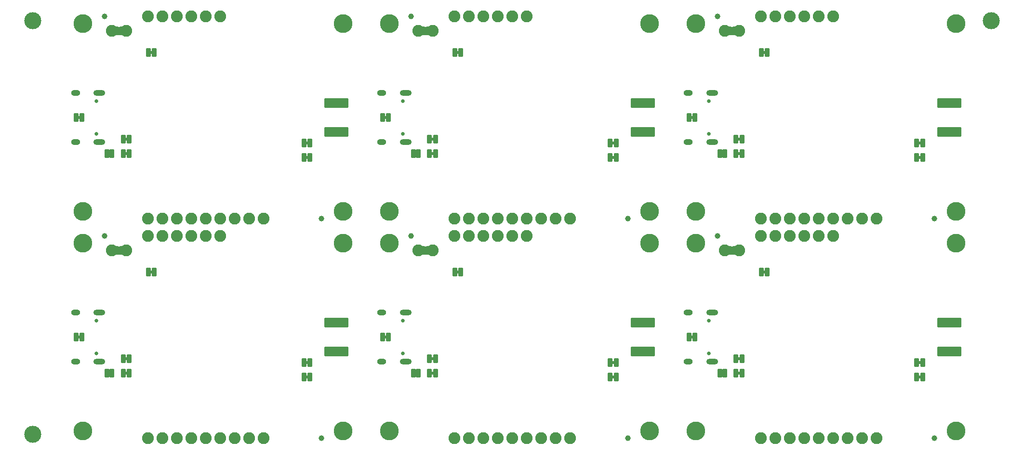
<source format=gbs>
%TF.GenerationSoftware,KiCad,Pcbnew,7.0.6*%
%TF.CreationDate,2024-01-05T19:18:28-07:00*%
%TF.ProjectId,SparkFun_NEO-F10N_panelized,53706172-6b46-4756-9e5f-4e454f2d4631,rev?*%
%TF.SameCoordinates,Original*%
%TF.FileFunction,Soldermask,Bot*%
%TF.FilePolarity,Negative*%
%FSLAX46Y46*%
G04 Gerber Fmt 4.6, Leading zero omitted, Abs format (unit mm)*
G04 Created by KiCad (PCBNEW 7.0.6) date 2024-01-05 19:18:28*
%MOMM*%
%LPD*%
G01*
G04 APERTURE LIST*
G04 Aperture macros list*
%AMRoundRect*
0 Rectangle with rounded corners*
0 $1 Rounding radius*
0 $2 $3 $4 $5 $6 $7 $8 $9 X,Y pos of 4 corners*
0 Add a 4 corners polygon primitive as box body*
4,1,4,$2,$3,$4,$5,$6,$7,$8,$9,$2,$3,0*
0 Add four circle primitives for the rounded corners*
1,1,$1+$1,$2,$3*
1,1,$1+$1,$4,$5*
1,1,$1+$1,$6,$7*
1,1,$1+$1,$8,$9*
0 Add four rect primitives between the rounded corners*
20,1,$1+$1,$2,$3,$4,$5,0*
20,1,$1+$1,$4,$5,$6,$7,0*
20,1,$1+$1,$6,$7,$8,$9,0*
20,1,$1+$1,$8,$9,$2,$3,0*%
G04 Aperture macros list end*
%ADD10C,3.000000*%
%ADD11RoundRect,0.101600X-0.330200X-0.635000X0.330200X-0.635000X0.330200X0.635000X-0.330200X0.635000X0*%
%ADD12RoundRect,0.101600X0.330200X0.635000X-0.330200X0.635000X-0.330200X-0.635000X0.330200X-0.635000X0*%
%ADD13RoundRect,0.085000X-0.317500X-0.635000X0.317500X-0.635000X0.317500X0.635000X-0.317500X0.635000X0*%
%ADD14C,1.000000*%
%ADD15C,2.082800*%
%ADD16RoundRect,0.101600X-0.317500X-0.635000X0.317500X-0.635000X0.317500X0.635000X-0.317500X0.635000X0*%
%ADD17C,3.302000*%
%ADD18RoundRect,0.101600X-2.000000X0.750000X-2.000000X-0.750000X2.000000X-0.750000X2.000000X0.750000X0*%
%ADD19C,0.650000*%
%ADD20O,1.600000X1.000000*%
%ADD21O,2.100000X1.000000*%
G04 APERTURE END LIST*
%TO.C,JP2*%
G36*
X149844000Y52964500D02*
G01*
X149336000Y52964500D01*
X149336000Y53445500D01*
X149844000Y53445500D01*
X149844000Y52964500D01*
G37*
G36*
X149844000Y14364500D02*
G01*
X149336000Y14364500D01*
X149336000Y14845500D01*
X149844000Y14845500D01*
X149844000Y14364500D01*
G37*
G36*
X96004000Y52964500D02*
G01*
X95496000Y52964500D01*
X95496000Y53445500D01*
X96004000Y53445500D01*
X96004000Y52964500D01*
G37*
G36*
X96004000Y14364500D02*
G01*
X95496000Y14364500D01*
X95496000Y14845500D01*
X96004000Y14845500D01*
X96004000Y14364500D01*
G37*
G36*
X42164000Y52964500D02*
G01*
X41656000Y52964500D01*
X41656000Y53445500D01*
X42164000Y53445500D01*
X42164000Y52964500D01*
G37*
%TO.C,JP4*%
G36*
X118094000Y51059500D02*
G01*
X117586000Y51059500D01*
X117586000Y51540500D01*
X118094000Y51540500D01*
X118094000Y51059500D01*
G37*
G36*
X118094000Y12459500D02*
G01*
X117586000Y12459500D01*
X117586000Y12940500D01*
X118094000Y12940500D01*
X118094000Y12459500D01*
G37*
G36*
X64254000Y51059500D02*
G01*
X63746000Y51059500D01*
X63746000Y51540500D01*
X64254000Y51540500D01*
X64254000Y51059500D01*
G37*
G36*
X64254000Y12459500D02*
G01*
X63746000Y12459500D01*
X63746000Y12940500D01*
X64254000Y12940500D01*
X64254000Y12459500D01*
G37*
G36*
X10414000Y51059500D02*
G01*
X9906000Y51059500D01*
X9906000Y51540500D01*
X10414000Y51540500D01*
X10414000Y51059500D01*
G37*
%TO.C,JP8*%
G36*
X122539000Y68839500D02*
G01*
X122031000Y68839500D01*
X122031000Y69320500D01*
X122539000Y69320500D01*
X122539000Y68839500D01*
G37*
G36*
X122539000Y30239500D02*
G01*
X122031000Y30239500D01*
X122031000Y30720500D01*
X122539000Y30720500D01*
X122539000Y30239500D01*
G37*
G36*
X68699000Y68839500D02*
G01*
X68191000Y68839500D01*
X68191000Y69320500D01*
X68699000Y69320500D01*
X68699000Y68839500D01*
G37*
G36*
X68699000Y30239500D02*
G01*
X68191000Y30239500D01*
X68191000Y30720500D01*
X68699000Y30720500D01*
X68699000Y30239500D01*
G37*
G36*
X14859000Y68839500D02*
G01*
X14351000Y68839500D01*
X14351000Y69320500D01*
X14859000Y69320500D01*
X14859000Y68839500D01*
G37*
%TO.C,JP1*%
G36*
X118094000Y53599500D02*
G01*
X117586000Y53599500D01*
X117586000Y54080500D01*
X118094000Y54080500D01*
X118094000Y53599500D01*
G37*
G36*
X118094000Y14999500D02*
G01*
X117586000Y14999500D01*
X117586000Y15480500D01*
X118094000Y15480500D01*
X118094000Y14999500D01*
G37*
G36*
X64254000Y53599500D02*
G01*
X63746000Y53599500D01*
X63746000Y54080500D01*
X64254000Y54080500D01*
X64254000Y53599500D01*
G37*
G36*
X64254000Y14999500D02*
G01*
X63746000Y14999500D01*
X63746000Y15480500D01*
X64254000Y15480500D01*
X64254000Y14999500D01*
G37*
G36*
X10414000Y53599500D02*
G01*
X9906000Y53599500D01*
X9906000Y54080500D01*
X10414000Y54080500D01*
X10414000Y53599500D01*
G37*
%TO.C,JP7*%
G36*
X109839000Y57409500D02*
G01*
X109331000Y57409500D01*
X109331000Y57890500D01*
X109839000Y57890500D01*
X109839000Y57409500D01*
G37*
G36*
X109839000Y18809500D02*
G01*
X109331000Y18809500D01*
X109331000Y19290500D01*
X109839000Y19290500D01*
X109839000Y18809500D01*
G37*
G36*
X55999000Y57409500D02*
G01*
X55491000Y57409500D01*
X55491000Y57890500D01*
X55999000Y57890500D01*
X55999000Y57409500D01*
G37*
G36*
X55999000Y18809500D02*
G01*
X55491000Y18809500D01*
X55491000Y19290500D01*
X55999000Y19290500D01*
X55999000Y18809500D01*
G37*
G36*
X2159000Y57409500D02*
G01*
X1651000Y57409500D01*
X1651000Y57890500D01*
X2159000Y57890500D01*
X2159000Y57409500D01*
G37*
%TO.C,JP5*%
G36*
X116824000Y72166100D02*
G01*
X116316000Y72166100D01*
X116316000Y73613900D01*
X116824000Y73613900D01*
X116824000Y72166100D01*
G37*
G36*
X116824000Y33566100D02*
G01*
X116316000Y33566100D01*
X116316000Y35013900D01*
X116824000Y35013900D01*
X116824000Y33566100D01*
G37*
G36*
X62984000Y72166100D02*
G01*
X62476000Y72166100D01*
X62476000Y73613900D01*
X62984000Y73613900D01*
X62984000Y72166100D01*
G37*
G36*
X62984000Y33566100D02*
G01*
X62476000Y33566100D01*
X62476000Y35013900D01*
X62984000Y35013900D01*
X62984000Y33566100D01*
G37*
G36*
X9144000Y72166100D02*
G01*
X8636000Y72166100D01*
X8636000Y73613900D01*
X9144000Y73613900D01*
X9144000Y72166100D01*
G37*
%TO.C,JP3*%
G36*
X149844000Y50424500D02*
G01*
X149336000Y50424500D01*
X149336000Y50905500D01*
X149844000Y50905500D01*
X149844000Y50424500D01*
G37*
G36*
X149844000Y11824500D02*
G01*
X149336000Y11824500D01*
X149336000Y12305500D01*
X149844000Y12305500D01*
X149844000Y11824500D01*
G37*
G36*
X96004000Y50424500D02*
G01*
X95496000Y50424500D01*
X95496000Y50905500D01*
X96004000Y50905500D01*
X96004000Y50424500D01*
G37*
G36*
X96004000Y11824500D02*
G01*
X95496000Y11824500D01*
X95496000Y12305500D01*
X96004000Y12305500D01*
X96004000Y11824500D01*
G37*
G36*
X42164000Y50424500D02*
G01*
X41656000Y50424500D01*
X41656000Y50905500D01*
X42164000Y50905500D01*
X42164000Y50424500D01*
G37*
G36*
X42164000Y11824500D02*
G01*
X41656000Y11824500D01*
X41656000Y12305500D01*
X42164000Y12305500D01*
X42164000Y11824500D01*
G37*
%TO.C,JP5*%
G36*
X9144000Y33566100D02*
G01*
X8636000Y33566100D01*
X8636000Y35013900D01*
X9144000Y35013900D01*
X9144000Y33566100D01*
G37*
%TO.C,JP7*%
G36*
X2159000Y18809500D02*
G01*
X1651000Y18809500D01*
X1651000Y19290500D01*
X2159000Y19290500D01*
X2159000Y18809500D01*
G37*
%TO.C,JP1*%
G36*
X10414000Y14999500D02*
G01*
X9906000Y14999500D01*
X9906000Y15480500D01*
X10414000Y15480500D01*
X10414000Y14999500D01*
G37*
%TO.C,JP8*%
G36*
X14859000Y30239500D02*
G01*
X14351000Y30239500D01*
X14351000Y30720500D01*
X14859000Y30720500D01*
X14859000Y30239500D01*
G37*
%TO.C,JP4*%
G36*
X10414000Y12459500D02*
G01*
X9906000Y12459500D01*
X9906000Y12940500D01*
X10414000Y12940500D01*
X10414000Y12459500D01*
G37*
%TO.C,JP2*%
G36*
X42164000Y14364500D02*
G01*
X41656000Y14364500D01*
X41656000Y14845500D01*
X42164000Y14845500D01*
X42164000Y14364500D01*
G37*
%TD*%
D10*
%TO.C,*%
X162155572Y74700000D03*
%TD*%
%TO.C,*%
X-6214428Y74700000D03*
%TD*%
%TO.C,*%
X-6214428Y2000000D03*
%TD*%
D11*
%TO.C,JP2*%
X149069300Y53205000D03*
X150110700Y53205000D03*
%TD*%
%TO.C,JP2*%
X149069300Y14605000D03*
X150110700Y14605000D03*
%TD*%
%TO.C,JP2*%
X95229300Y53205000D03*
X96270700Y53205000D03*
%TD*%
%TO.C,JP2*%
X95229300Y14605000D03*
X96270700Y14605000D03*
%TD*%
%TO.C,JP2*%
X41389300Y53205000D03*
X42430700Y53205000D03*
%TD*%
%TO.C,JP4*%
X117319300Y51300000D03*
X118360700Y51300000D03*
%TD*%
%TO.C,JP4*%
X117319300Y12700000D03*
X118360700Y12700000D03*
%TD*%
%TO.C,JP4*%
X63479300Y51300000D03*
X64520700Y51300000D03*
%TD*%
%TO.C,JP4*%
X63479300Y12700000D03*
X64520700Y12700000D03*
%TD*%
%TO.C,JP4*%
X9639300Y51300000D03*
X10680700Y51300000D03*
%TD*%
D12*
%TO.C,JP8*%
X122805700Y69080000D03*
X121764300Y69080000D03*
%TD*%
%TO.C,JP8*%
X122805700Y30480000D03*
X121764300Y30480000D03*
%TD*%
%TO.C,JP8*%
X68965700Y69080000D03*
X67924300Y69080000D03*
%TD*%
%TO.C,JP8*%
X68965700Y30480000D03*
X67924300Y30480000D03*
%TD*%
%TO.C,JP8*%
X15125700Y69080000D03*
X14084300Y69080000D03*
%TD*%
D13*
%TO.C,JP6*%
X114487200Y51300000D03*
X115300000Y51300000D03*
%TD*%
%TO.C,JP6*%
X114487200Y12700000D03*
X115300000Y12700000D03*
%TD*%
%TO.C,JP6*%
X60647200Y51300000D03*
X61460000Y51300000D03*
%TD*%
%TO.C,JP6*%
X60647200Y12700000D03*
X61460000Y12700000D03*
%TD*%
%TO.C,JP6*%
X6807200Y51300000D03*
X7620000Y51300000D03*
%TD*%
D14*
%TO.C,FID1*%
X152130000Y39870000D03*
%TD*%
%TO.C,FID1*%
X152130000Y1270000D03*
%TD*%
%TO.C,FID1*%
X98290000Y39870000D03*
%TD*%
%TO.C,FID1*%
X98290000Y1270000D03*
%TD*%
%TO.C,FID1*%
X44450000Y39870000D03*
%TD*%
%TO.C,FID2*%
X114030000Y75430000D03*
%TD*%
%TO.C,FID2*%
X114030000Y36830000D03*
%TD*%
%TO.C,FID2*%
X60190000Y75430000D03*
%TD*%
%TO.C,FID2*%
X60190000Y36830000D03*
%TD*%
%TO.C,FID2*%
X6350000Y75430000D03*
%TD*%
D11*
%TO.C,JP1*%
X117319300Y53840000D03*
X118360700Y53840000D03*
%TD*%
%TO.C,JP1*%
X117319300Y15240000D03*
X118360700Y15240000D03*
%TD*%
%TO.C,JP1*%
X63479300Y53840000D03*
X64520700Y53840000D03*
%TD*%
%TO.C,JP1*%
X63479300Y15240000D03*
X64520700Y15240000D03*
%TD*%
%TO.C,JP1*%
X9639300Y53840000D03*
X10680700Y53840000D03*
%TD*%
D12*
%TO.C,JP7*%
X110105700Y57650000D03*
X109064300Y57650000D03*
%TD*%
%TO.C,JP7*%
X110105700Y19050000D03*
X109064300Y19050000D03*
%TD*%
%TO.C,JP7*%
X56265700Y57650000D03*
X55224300Y57650000D03*
%TD*%
%TO.C,JP7*%
X56265700Y19050000D03*
X55224300Y19050000D03*
%TD*%
%TO.C,JP7*%
X2425700Y57650000D03*
X1384300Y57650000D03*
%TD*%
D15*
%TO.C,JP5*%
X115300000Y72890000D03*
D16*
X116062000Y72890000D03*
X117078000Y72890000D03*
D15*
X117840000Y72890000D03*
%TD*%
%TO.C,JP5*%
X115300000Y34290000D03*
D16*
X116062000Y34290000D03*
X117078000Y34290000D03*
D15*
X117840000Y34290000D03*
%TD*%
%TO.C,JP5*%
X61460000Y72890000D03*
D16*
X62222000Y72890000D03*
X63238000Y72890000D03*
D15*
X64000000Y72890000D03*
%TD*%
%TO.C,JP5*%
X61460000Y34290000D03*
D16*
X62222000Y34290000D03*
X63238000Y34290000D03*
D15*
X64000000Y34290000D03*
%TD*%
%TO.C,JP5*%
X7620000Y72890000D03*
D16*
X8382000Y72890000D03*
X9398000Y72890000D03*
D15*
X10160000Y72890000D03*
%TD*%
D11*
%TO.C,JP3*%
X149069300Y50665000D03*
X150110700Y50665000D03*
%TD*%
%TO.C,JP3*%
X149069300Y12065000D03*
X150110700Y12065000D03*
%TD*%
%TO.C,JP3*%
X95229300Y50665000D03*
X96270700Y50665000D03*
%TD*%
%TO.C,JP3*%
X95229300Y12065000D03*
X96270700Y12065000D03*
%TD*%
%TO.C,JP3*%
X41389300Y50665000D03*
X42430700Y50665000D03*
%TD*%
D17*
%TO.C,ST4*%
X110220000Y41140000D03*
%TD*%
%TO.C,ST4*%
X110220000Y2540000D03*
%TD*%
%TO.C,ST4*%
X56380000Y41140000D03*
%TD*%
%TO.C,ST4*%
X56380000Y2540000D03*
%TD*%
%TO.C,ST4*%
X2540000Y41140000D03*
%TD*%
%TO.C,ST3*%
X110220000Y74160000D03*
%TD*%
%TO.C,ST3*%
X110220000Y35560000D03*
%TD*%
%TO.C,ST3*%
X56380000Y74160000D03*
%TD*%
%TO.C,ST3*%
X56380000Y35560000D03*
%TD*%
%TO.C,ST3*%
X2540000Y74160000D03*
%TD*%
D15*
%TO.C,J4*%
X134350000Y75430000D03*
X131810000Y75430000D03*
X129270000Y75430000D03*
X126730000Y75430000D03*
X124190000Y75430000D03*
X121650000Y75430000D03*
%TD*%
%TO.C,J4*%
X134350000Y36830000D03*
X131810000Y36830000D03*
X129270000Y36830000D03*
X126730000Y36830000D03*
X124190000Y36830000D03*
X121650000Y36830000D03*
%TD*%
%TO.C,J4*%
X80510000Y75430000D03*
X77970000Y75430000D03*
X75430000Y75430000D03*
X72890000Y75430000D03*
X70350000Y75430000D03*
X67810000Y75430000D03*
%TD*%
%TO.C,J4*%
X80510000Y36830000D03*
X77970000Y36830000D03*
X75430000Y36830000D03*
X72890000Y36830000D03*
X70350000Y36830000D03*
X67810000Y36830000D03*
%TD*%
%TO.C,J4*%
X26670000Y75430000D03*
X24130000Y75430000D03*
X21590000Y75430000D03*
X19050000Y75430000D03*
X16510000Y75430000D03*
X13970000Y75430000D03*
%TD*%
D17*
%TO.C,ST1*%
X155940000Y74160000D03*
%TD*%
%TO.C,ST1*%
X155940000Y35560000D03*
%TD*%
%TO.C,ST1*%
X102100000Y74160000D03*
%TD*%
%TO.C,ST1*%
X102100000Y35560000D03*
%TD*%
%TO.C,ST1*%
X48260000Y74160000D03*
%TD*%
D18*
%TO.C,J5*%
X154797000Y60190000D03*
X154797000Y55110000D03*
%TD*%
%TO.C,J5*%
X154797000Y21590000D03*
X154797000Y16510000D03*
%TD*%
%TO.C,J5*%
X100957000Y60190000D03*
X100957000Y55110000D03*
%TD*%
%TO.C,J5*%
X100957000Y21590000D03*
X100957000Y16510000D03*
%TD*%
%TO.C,J5*%
X47117000Y60190000D03*
X47117000Y55110000D03*
%TD*%
D17*
%TO.C,ST2*%
X155940000Y41140000D03*
%TD*%
%TO.C,ST2*%
X155940000Y2540000D03*
%TD*%
%TO.C,ST2*%
X102100000Y41140000D03*
%TD*%
%TO.C,ST2*%
X102100000Y2540000D03*
%TD*%
%TO.C,ST2*%
X48260000Y41140000D03*
%TD*%
D19*
%TO.C,J1*%
X112585000Y60540000D03*
X112585000Y54760000D03*
D20*
X108935000Y61968000D03*
D21*
X113115000Y61968000D03*
X113115000Y53332000D03*
D20*
X108935000Y53332000D03*
%TD*%
D19*
%TO.C,J1*%
X112585000Y21940000D03*
X112585000Y16160000D03*
D20*
X108935000Y23368000D03*
D21*
X113115000Y23368000D03*
X113115000Y14732000D03*
D20*
X108935000Y14732000D03*
%TD*%
D19*
%TO.C,J1*%
X58745000Y60540000D03*
X58745000Y54760000D03*
D20*
X55095000Y61968000D03*
D21*
X59275000Y61968000D03*
X59275000Y53332000D03*
D20*
X55095000Y53332000D03*
%TD*%
D19*
%TO.C,J1*%
X58745000Y21940000D03*
X58745000Y16160000D03*
D20*
X55095000Y23368000D03*
D21*
X59275000Y23368000D03*
X59275000Y14732000D03*
D20*
X55095000Y14732000D03*
%TD*%
D19*
%TO.C,J1*%
X4905000Y60540000D03*
X4905000Y54760000D03*
D20*
X1255000Y61968000D03*
D21*
X5435000Y61968000D03*
X5435000Y53332000D03*
D20*
X1255000Y53332000D03*
%TD*%
D15*
%TO.C,J2*%
X141970000Y39870000D03*
X139430000Y39870000D03*
X136890000Y39870000D03*
X134350000Y39870000D03*
X131810000Y39870000D03*
X129270000Y39870000D03*
X126730000Y39870000D03*
X124190000Y39870000D03*
X121650000Y39870000D03*
%TD*%
%TO.C,J2*%
X141970000Y1270000D03*
X139430000Y1270000D03*
X136890000Y1270000D03*
X134350000Y1270000D03*
X131810000Y1270000D03*
X129270000Y1270000D03*
X126730000Y1270000D03*
X124190000Y1270000D03*
X121650000Y1270000D03*
%TD*%
%TO.C,J2*%
X88130000Y39870000D03*
X85590000Y39870000D03*
X83050000Y39870000D03*
X80510000Y39870000D03*
X77970000Y39870000D03*
X75430000Y39870000D03*
X72890000Y39870000D03*
X70350000Y39870000D03*
X67810000Y39870000D03*
%TD*%
%TO.C,J2*%
X88130000Y1270000D03*
X85590000Y1270000D03*
X83050000Y1270000D03*
X80510000Y1270000D03*
X77970000Y1270000D03*
X75430000Y1270000D03*
X72890000Y1270000D03*
X70350000Y1270000D03*
X67810000Y1270000D03*
%TD*%
%TO.C,J2*%
X34290000Y39870000D03*
X31750000Y39870000D03*
X29210000Y39870000D03*
X26670000Y39870000D03*
X24130000Y39870000D03*
X21590000Y39870000D03*
X19050000Y39870000D03*
X16510000Y39870000D03*
X13970000Y39870000D03*
%TD*%
%TO.C,J2*%
X34290000Y1270000D03*
X31750000Y1270000D03*
X29210000Y1270000D03*
X26670000Y1270000D03*
X24130000Y1270000D03*
X21590000Y1270000D03*
X19050000Y1270000D03*
X16510000Y1270000D03*
X13970000Y1270000D03*
%TD*%
D19*
%TO.C,J1*%
X4905000Y21940000D03*
X4905000Y16160000D03*
D20*
X1255000Y23368000D03*
D21*
X5435000Y23368000D03*
X5435000Y14732000D03*
D20*
X1255000Y14732000D03*
%TD*%
D17*
%TO.C,ST2*%
X48260000Y2540000D03*
%TD*%
D18*
%TO.C,J5*%
X47117000Y21590000D03*
X47117000Y16510000D03*
%TD*%
D17*
%TO.C,ST1*%
X48260000Y35560000D03*
%TD*%
D15*
%TO.C,J4*%
X26670000Y36830000D03*
X24130000Y36830000D03*
X21590000Y36830000D03*
X19050000Y36830000D03*
X16510000Y36830000D03*
X13970000Y36830000D03*
%TD*%
D17*
%TO.C,ST3*%
X2540000Y35560000D03*
%TD*%
%TO.C,ST4*%
X2540000Y2540000D03*
%TD*%
D11*
%TO.C,JP3*%
X41389300Y12065000D03*
X42430700Y12065000D03*
%TD*%
D15*
%TO.C,JP5*%
X7620000Y34290000D03*
D16*
X8382000Y34290000D03*
X9398000Y34290000D03*
D15*
X10160000Y34290000D03*
%TD*%
D12*
%TO.C,JP7*%
X2425700Y19050000D03*
X1384300Y19050000D03*
%TD*%
D11*
%TO.C,JP1*%
X9639300Y15240000D03*
X10680700Y15240000D03*
%TD*%
D14*
%TO.C,FID2*%
X6350000Y36830000D03*
%TD*%
%TO.C,FID1*%
X44450000Y1270000D03*
%TD*%
D13*
%TO.C,JP6*%
X6807200Y12700000D03*
X7620000Y12700000D03*
%TD*%
D12*
%TO.C,JP8*%
X15125700Y30480000D03*
X14084300Y30480000D03*
%TD*%
D11*
%TO.C,JP4*%
X9639300Y12700000D03*
X10680700Y12700000D03*
%TD*%
%TO.C,JP2*%
X41389300Y14605000D03*
X42430700Y14605000D03*
%TD*%
M02*

</source>
